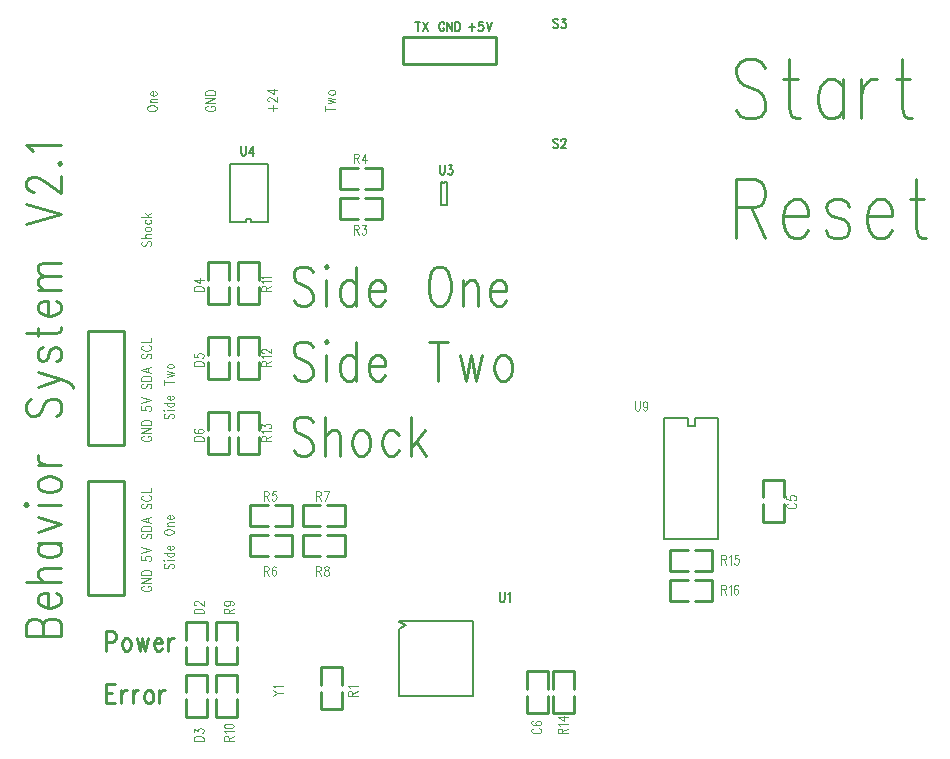
<source format=gto>
*
*
G04 PADS 9.3.1 Build Number: 456998 generated Gerber (RS-274-X) file*
G04 PC Version=2.1*
*
%IN "ShuttleBoxBehavior.pcb"*%
*
%MOIN*%
*
%FSLAX35Y35*%
*
*
*
*
G04 PC Standard Apertures*
*
*
G04 Thermal Relief Aperture macro.*
%AMTER*
1,1,$1,0,0*
1,0,$1-$2,0,0*
21,0,$3,$4,0,0,45*
21,0,$3,$4,0,0,135*
%
*
*
G04 Annular Aperture macro.*
%AMANN*
1,1,$1,0,0*
1,0,$2,0,0*
%
*
*
G04 Odd Aperture macro.*
%AMODD*
1,1,$1,0,0*
1,0,$1-0.005,0,0*
%
*
*
G04 PC Custom Aperture Macros*
*
*
*
*
*
*
G04 PC Aperture Table*
*
%ADD010C,0.001*%
%ADD011C,0.01*%
%ADD012C,0.005*%
%ADD040C,0.00787*%
%ADD178C,0.0001*%
*
*
*
*
G04 PC Circuitry*
G04 Layer Name ShuttleBoxBehavior.pcb - circuitry*
%LPD*%
*
*
G04 PC Custom Flashes*
G04 Layer Name ShuttleBoxBehavior.pcb - flashes*
%LPD*%
*
*
G04 PC Circuitry*
G04 Layer Name ShuttleBoxBehavior.pcb - circuitry*
%LPD*%
*
G54D10*
G01X216250Y120781D02*
Y118438D01*
X216250D02*
X216364Y117969D01*
X216591Y117656*
X216932Y117500*
X217159*
X217500Y117656*
X217727Y117969*
X217841Y118438*
X217841D02*
Y120781D01*
X220341Y119688D02*
X220227Y119219D01*
X220000Y118906*
X219659Y118750*
X219545*
X219205Y118906*
X218977Y119219*
X218864Y119688*
X218864D02*
Y119844D01*
X218977Y120313*
X218977D02*
X219205Y120625D01*
X219545Y120781*
X219659*
X220000Y120625*
X220227Y120313*
X220227D02*
X220341Y119688D01*
X220341D02*
Y118906D01*
X220227Y118125*
X220000Y117656*
X219659Y117500*
X219432*
X219091Y117656*
X218977Y117969*
X245000Y69531D02*
Y66250D01*
Y69531D02*
X246023D01*
X246364Y69375*
X246477Y69219*
X246591Y68906*
Y68594*
X246477Y68281*
X246364Y68125*
X246023Y67969*
X245000*
X245795D02*
X246591Y66250D01*
X247614Y68906D02*
X247841Y69063D01*
X247841D02*
X248182Y69531D01*
Y66250*
X250682Y69531D02*
X249545D01*
X249432Y68125*
X249545Y68281*
X249886Y68438*
X249886D02*
X250227D01*
X250227D02*
X250568Y68281D01*
X250795Y67969*
X250909Y67500*
X250795Y67188*
X250795D02*
X250682Y66719D01*
X250455Y66406*
X250114Y66250*
X249773*
X249432Y66406*
X249318Y66563*
X249318D02*
X249205Y66875D01*
X245000Y59531D02*
Y56250D01*
Y59531D02*
X246023D01*
X246364Y59375*
X246477Y59219*
X246591Y58906*
Y58594*
X246477Y58281*
X246364Y58125*
X246023Y57969*
X245000*
X245795D02*
X246591Y56250D01*
X247614Y58906D02*
X247841Y59063D01*
X248182Y59531*
Y56250*
X250568Y59063D02*
X250455Y59375D01*
X250114Y59531*
X249886*
X249545Y59375*
X249318Y58906*
X249205Y58125*
Y57344*
X249318Y56719*
X249545Y56406*
X249886Y56250*
X250000*
X250341Y56406*
X250568Y56719*
X250682Y57188*
Y57344*
X250568Y57813*
X250341Y58125*
X250000Y58281*
X249886*
X249545Y58125*
X249318Y57813*
X249205Y57344*
X267500Y86705D02*
X267187Y86591D01*
X267187D02*
X266875Y86364D01*
X266719Y86136*
Y85682*
X266875Y85455*
X267187Y85227*
X267187D02*
X267500Y85114D01*
X267969Y85000*
X268750*
X269219Y85114*
X269531Y85227*
X269844Y85455*
X270000Y85682*
Y86136*
X269844Y86364*
X269531Y86591*
X269219Y86705*
X266719Y89205D02*
Y88068D01*
X268125Y87955*
X267969Y88068*
X267812Y88409*
X267812D02*
Y88750D01*
X267812D02*
X267969Y89091D01*
X268281Y89318*
X268750Y89432*
X269062Y89318*
X269062D02*
X269531Y89205D01*
X269844Y88977*
X270000Y88636*
Y88295*
X269844Y87955*
X269687Y87841*
X269687D02*
X269375Y87727D01*
X122500Y179531D02*
Y176250D01*
Y179531D02*
X123523D01*
X123864Y179375*
X123977Y179219*
X124091Y178906*
Y178594*
X123977Y178281*
X123864Y178125*
X123523Y177969*
X122500*
X123295D02*
X124091Y176250D01*
X125341Y179531D02*
X126591D01*
X125909Y178281*
X126250*
X126477Y178125*
X126591Y177969*
X126705Y177500*
Y177188*
X126705D02*
X126591Y176719D01*
X126364Y176406*
X126023Y176250*
X125682*
X125341Y176406*
X125227Y176563*
X125227D02*
X125114Y176875D01*
X122500Y203281D02*
Y200000D01*
Y203281D02*
X123523D01*
X123864Y203125*
X123977Y202969*
X124091Y202656*
Y202344*
X123977Y202031*
X123864Y201875*
X123523Y201719*
X122500*
X123295D02*
X124091Y200000D01*
X126250Y203281D02*
X125114Y201094D01*
X126818*
X126250Y203281D02*
Y200000D01*
X92500Y90781D02*
Y87500D01*
Y90781D02*
X93523D01*
X93864Y90625*
X93977Y90469*
X94091Y90156*
Y89844*
X93977Y89531*
X93864Y89375*
X93523Y89219*
X92500*
X93295D02*
X94091Y87500D01*
X96591Y90781D02*
X95455D01*
X95341Y89375*
X95455Y89531*
X95795Y89688*
X95795D02*
X96136D01*
X96136D02*
X96477Y89531D01*
X96705Y89219*
X96818Y88750*
X96705Y88438*
X96705D02*
X96591Y87969D01*
X96364Y87656*
X96023Y87500*
X95682*
X95341Y87656*
X95227Y87813*
X95227D02*
X95114Y88125D01*
X92500Y65781D02*
Y62500D01*
Y65781D02*
X93523D01*
X93864Y65625*
X93977Y65469*
X94091Y65156*
Y64844*
X93977Y64531*
X93864Y64375*
X93523Y64219*
X92500*
X93295D02*
X94091Y62500D01*
X96477Y65313D02*
X96364Y65625D01*
X96023Y65781*
X95795*
X95455Y65625*
X95227Y65156*
X95114Y64375*
Y63594*
X95227Y62969*
X95455Y62656*
X95795Y62500*
X95909*
X96250Y62656*
X96477Y62969*
X96591Y63438*
X96591D02*
Y63594D01*
X96477Y64063*
X96477D02*
X96250Y64375D01*
X95909Y64531*
X95795*
X95455Y64375*
X95227Y64063*
X95227D02*
X95114Y63594D01*
X110000Y90781D02*
Y87500D01*
Y90781D02*
X111023D01*
X111364Y90625*
X111477Y90469*
X111591Y90156*
Y89844*
X111477Y89531*
X111364Y89375*
X111023Y89219*
X110000*
X110795D02*
X111591Y87500D01*
X114205Y90781D02*
X113068Y87500D01*
X112614Y90781D02*
X114205D01*
X110000Y65781D02*
Y62500D01*
Y65781D02*
X111023D01*
X111364Y65625*
X111477Y65469*
X111591Y65156*
Y64844*
X111477Y64531*
X111364Y64375*
X111023Y64219*
X110000*
X110795D02*
X111591Y62500D01*
X113182Y65781D02*
X112841Y65625D01*
X112727Y65313*
X112727D02*
Y65000D01*
X112841Y64688*
X112841D02*
X113068Y64531D01*
X113523Y64375*
X113864Y64219*
X114091Y63906*
X114205Y63594*
Y63125*
X114091Y62813*
X114091D02*
X113977Y62656D01*
X113636Y62500*
X113182*
X112841Y62656*
X112727Y62813*
X112727D02*
X112614Y63125D01*
Y63594*
X112727Y63906*
X112955Y64219*
X113295Y64375*
X113750Y64531*
X113977Y64688*
X113977D02*
X114091Y65000D01*
Y65313*
X114091D02*
X113977Y65625D01*
X113636Y65781*
X113182*
X91719Y157500D02*
X95000D01*
X91719D02*
Y158523D01*
X91875Y158864*
X92031Y158977*
X92344Y159091*
X92656*
X92969Y158977*
X93125Y158864*
X93281Y158523*
Y157500*
Y158295D02*
X95000Y159091D01*
X92344Y160114D02*
X92187Y160341D01*
X92187D02*
X91719Y160682D01*
X95000*
X92344Y161705D02*
X92187Y161932D01*
X92187D02*
X91719Y162273D01*
X95000*
X91719Y132500D02*
X95000D01*
X91719D02*
Y133523D01*
X91875Y133864*
X92031Y133977*
X92344Y134091*
X92656*
X92969Y133977*
X93125Y133864*
X93281Y133523*
Y132500*
Y133295D02*
X95000Y134091D01*
X92344Y135114D02*
X92187Y135341D01*
X92187D02*
X91719Y135682D01*
X95000*
X92500Y136818D02*
X92344D01*
X92031Y136932*
X91875Y137045*
X91719Y137273*
Y137727*
X91875Y137955*
X92031Y138068*
X92344Y138182*
X92656*
X92969Y138068*
X93437Y137841*
X93437D02*
X95000Y136705D01*
Y138295*
X91719Y107500D02*
X95000D01*
X91719D02*
Y108523D01*
X91875Y108864*
X92031Y108977*
X92344Y109091*
X92656*
X92969Y108977*
X93125Y108864*
X93281Y108523*
Y107500*
Y108295D02*
X95000Y109091D01*
X92344Y110114D02*
X92187Y110341D01*
X92187D02*
X91719Y110682D01*
X95000*
X91719Y111932D02*
Y113182D01*
X92969Y112500*
Y112841*
X93125Y113068*
X93281Y113182*
X93750Y113295*
X94062*
X94062D02*
X94531Y113182D01*
X94844Y112955*
X95000Y112614*
Y112273*
X94844Y111932*
X94687Y111818*
X94687D02*
X94375Y111705D01*
X69219Y157500D02*
X72500D01*
X69219D02*
Y158295D01*
X69375Y158636*
X69687Y158864*
X69687D02*
X70000Y158977D01*
X70469Y159091*
X71250*
X71719Y158977*
X72031Y158864*
X72344Y158636*
X72500Y158295*
Y157500*
X69219Y161250D02*
X71406Y160114D01*
Y161818*
X69219Y161250D02*
X72500D01*
X69219Y132500D02*
X72500D01*
X69219D02*
Y133295D01*
X69375Y133636*
X69687Y133864*
X69687D02*
X70000Y133977D01*
X70469Y134091*
X71250*
X71719Y133977*
X72031Y133864*
X72344Y133636*
X72500Y133295*
Y132500*
X69219Y136591D02*
Y135455D01*
X70625Y135341*
X70469Y135455*
X70312Y135795*
X70312D02*
Y136136D01*
X70312D02*
X70469Y136477D01*
X70781Y136705*
X71250Y136818*
X71562Y136705*
X71562D02*
X72031Y136591D01*
X72344Y136364*
X72500Y136023*
Y135682*
X72344Y135341*
X72187Y135227*
X72187D02*
X71875Y135114D01*
X69219Y107500D02*
X72500D01*
X69219D02*
Y108295D01*
X69375Y108636*
X69687Y108864*
X69687D02*
X70000Y108977D01*
X70469Y109091*
X71250*
X71719Y108977*
X72031Y108864*
X72344Y108636*
X72500Y108295*
Y107500*
X69687Y111477D02*
X69375Y111364D01*
X69219Y111023*
Y110795*
X69375Y110455*
X69844Y110227*
X70625Y110114*
X71406*
X72031Y110227*
X72344Y110455*
X72500Y110795*
Y110909*
X72344Y111250*
X72031Y111477*
X71562Y111591*
X71562D02*
X71406D01*
X70937Y111477*
X70937D02*
X70625Y111250D01*
X70469Y110909*
Y110795*
X70625Y110455*
X70937Y110227*
X70937D02*
X71406Y110114D01*
X182500Y11705D02*
X182187Y11591D01*
X182187D02*
X181875Y11364D01*
X181719Y11136*
Y10682*
X181875Y10455*
X182187Y10227*
X182187D02*
X182500Y10114D01*
X182969Y10000*
X183750*
X184219Y10114*
X184531Y10227*
X184844Y10455*
X185000Y10682*
Y11136*
X184844Y11364*
X184531Y11591*
X184219Y11705*
X182187Y14091D02*
X181875Y13977D01*
X181719Y13636*
Y13409*
X181875Y13068*
X182344Y12841*
X183125Y12727*
X183906*
X184531Y12841*
X184844Y13068*
X185000Y13409*
Y13523*
X184844Y13864*
X184531Y14091*
X184062Y14205*
X184062D02*
X183906D01*
X183437Y14091*
X183437D02*
X183125Y13864D01*
X182969Y13523*
Y13409*
X183125Y13068*
X183437Y12841*
X183437D02*
X183906Y12727D01*
X190469Y10000D02*
X193750D01*
X190469D02*
Y11023D01*
X190625Y11364*
X190781Y11477*
X191094Y11591*
X191406*
X191719Y11477*
X191875Y11364*
X192031Y11023*
Y10000*
Y10795D02*
X193750Y11591D01*
X191094Y12614D02*
X190937Y12841D01*
X190937D02*
X190469Y13182D01*
X193750*
X190469Y15341D02*
X192656Y14205D01*
Y15909*
X190469Y15341D02*
X193750D01*
X52500Y109205D02*
X52187Y109091D01*
X52187D02*
X51875Y108864D01*
X51719Y108636*
Y108182*
X51875Y107955*
X52187Y107727*
X52187D02*
X52500Y107614D01*
X52969Y107500*
X53750*
X54219Y107614*
X54531Y107727*
X54844Y107955*
X55000Y108182*
Y108636*
X54844Y108864*
X54531Y109091*
X54219Y109205*
X53750*
Y108636D02*
Y109205D01*
X51719Y110227D02*
X55000D01*
X51719D02*
X55000Y111818D01*
X51719D02*
X55000D01*
X51719Y112841D02*
X55000D01*
X51719D02*
Y113636D01*
X51875Y113977*
X52187Y114205*
X52187D02*
X52500Y114318D01*
X52969Y114432*
X53750*
X54219Y114318*
X54531Y114205*
X54844Y113977*
X55000Y113636*
Y112841*
X51719Y118977D02*
Y117841D01*
X53125Y117727*
X52969Y117841*
X52812Y118182*
X52812D02*
Y118523D01*
X52812D02*
X52969Y118864D01*
X53281Y119091*
X53750Y119205*
X54062Y119091*
X54062D02*
X54531Y118977D01*
X54844Y118750*
X55000Y118409*
Y118068*
X54844Y117727*
X54687Y117614*
X54687D02*
X54375Y117500D01*
X51719Y120227D02*
X55000Y121136D01*
X51719Y122045D02*
X55000Y121136D01*
X52187Y126591D02*
X51875Y126364D01*
X51719Y126023*
Y125568*
X51875Y125227*
X52187Y125000*
X52187D02*
X52500D01*
X52812Y125114*
X52812D02*
X52969Y125227D01*
X53125Y125455*
X53437Y126136*
X53437D02*
X53594Y126364D01*
X53750Y126477*
X54062Y126591*
X54062D02*
X54531D01*
X54844Y126364*
X55000Y126023*
Y125568*
X54844Y125227*
X54531Y125000*
X51719Y127614D02*
X55000D01*
X51719D02*
Y128409D01*
X51875Y128750*
X52187Y128977*
X52187D02*
X52500Y129091D01*
X52969Y129205*
X53750*
X54219Y129091*
X54531Y128977*
X54844Y128750*
X55000Y128409*
Y127614*
X51719Y131136D02*
X55000Y130227D01*
X51719Y131136D02*
X55000Y132045D01*
X53906Y130568D02*
Y131705D01*
X52187Y136591D02*
X51875Y136364D01*
X51719Y136023*
Y135568*
X51875Y135227*
X52187Y135000*
X52187D02*
X52500D01*
X52812Y135114*
X52812D02*
X52969Y135227D01*
X53125Y135455*
X53437Y136136*
X53437D02*
X53594Y136364D01*
X53750Y136477*
X54062Y136591*
X54062D02*
X54531D01*
X54844Y136364*
X55000Y136023*
Y135568*
X54844Y135227*
X54531Y135000*
X52500Y139318D02*
X52187Y139205D01*
X52187D02*
X51875Y138977D01*
X51719Y138750*
Y138295*
X51875Y138068*
X52187Y137841*
X52187D02*
X52500Y137727D01*
X52969Y137614*
X53750*
X54219Y137727*
X54531Y137841*
X54844Y138068*
X55000Y138295*
Y138750*
X54844Y138977*
X54531Y139205*
X54219Y139318*
X51719Y140341D02*
X55000D01*
Y141705*
X52500Y59205D02*
X52187Y59091D01*
X52187D02*
X51875Y58864D01*
X51719Y58636*
Y58182*
X51875Y57955*
X52187Y57727*
X52187D02*
X52500Y57614D01*
X52969Y57500*
X53750*
X54219Y57614*
X54531Y57727*
X54844Y57955*
X55000Y58182*
Y58636*
X54844Y58864*
X54531Y59091*
X54219Y59205*
X53750*
Y58636D02*
Y59205D01*
X51719Y60227D02*
X55000D01*
X51719D02*
X55000Y61818D01*
X51719D02*
X55000D01*
X51719Y62841D02*
X55000D01*
X51719D02*
Y63636D01*
X51875Y63977*
X52187Y64205*
X52187D02*
X52500Y64318D01*
X52969Y64432*
X53750*
X54219Y64318*
X54531Y64205*
X54844Y63977*
X55000Y63636*
Y62841*
X51719Y68977D02*
Y67841D01*
X53125Y67727*
X52969Y67841*
X52812Y68182*
X52812D02*
Y68523D01*
X52812D02*
X52969Y68864D01*
X53281Y69091*
X53750Y69205*
X54062Y69091*
X54062D02*
X54531Y68977D01*
X54844Y68750*
X55000Y68409*
Y68068*
X54844Y67727*
X54687Y67614*
X54687D02*
X54375Y67500D01*
X51719Y70227D02*
X55000Y71136D01*
X51719Y72045D02*
X55000Y71136D01*
X52187Y86591D02*
X51875Y86364D01*
X51719Y86023*
Y85568*
X51875Y85227*
X52187Y85000*
X52187D02*
X52500D01*
X52812Y85114*
X52812D02*
X52969Y85227D01*
X53125Y85455*
X53437Y86136*
X53437D02*
X53594Y86364D01*
X53750Y86477*
X54062Y86591*
X54062D02*
X54531D01*
X54844Y86364*
X55000Y86023*
Y85568*
X54844Y85227*
X54531Y85000*
X52500Y89318D02*
X52187Y89205D01*
X52187D02*
X51875Y88977D01*
X51719Y88750*
Y88295*
X51875Y88068*
X52187Y87841*
X52187D02*
X52500Y87727D01*
X52969Y87614*
X53750*
X54219Y87727*
X54531Y87841*
X54844Y88068*
X55000Y88295*
Y88750*
X54844Y88977*
X54531Y89205*
X54219Y89318*
X51719Y90341D02*
X55000D01*
Y91705*
X52187Y76591D02*
X51875Y76364D01*
X51719Y76023*
Y75568*
X51875Y75227*
X52187Y75000*
X52187D02*
X52500D01*
X52812Y75114*
X52812D02*
X52969Y75227D01*
X53125Y75455*
X53437Y76136*
X53437D02*
X53594Y76364D01*
X53750Y76477*
X54062Y76591*
X54062D02*
X54531D01*
X54844Y76364*
X55000Y76023*
Y75568*
X54844Y75227*
X54531Y75000*
X51719Y77614D02*
X55000D01*
X51719D02*
Y78409D01*
X51875Y78750*
X52187Y78977*
X52187D02*
X52500Y79091D01*
X52969Y79205*
X53750*
X54219Y79091*
X54531Y78977*
X54844Y78750*
X55000Y78409*
Y77614*
X51719Y81136D02*
X55000Y80227D01*
X51719Y81136D02*
X55000Y82045D01*
X53906Y80568D02*
Y81705D01*
X59687Y116591D02*
X59375Y116364D01*
X59219Y116023*
Y115568*
X59375Y115227*
X59687Y115000*
X59687D02*
X60000D01*
X60312Y115114*
X60312D02*
X60469Y115227D01*
X60625Y115455*
X60937Y116136*
X60937D02*
X61094Y116364D01*
X61250Y116477*
X61562Y116591*
X61562D02*
X62031D01*
X62344Y116364*
X62500Y116023*
Y115568*
X62344Y115227*
X62031Y115000*
X59219Y117614D02*
X59375Y117727D01*
X59219Y117841*
X59062Y117727*
X59062D02*
X59219Y117614D01*
X60312Y117727D02*
X62500D01*
X59219Y120227D02*
X62500D01*
X60781D02*
X60469Y120000D01*
X60312Y119773*
X60312D02*
Y119432D01*
X60312D02*
X60469Y119205D01*
X60781Y118977*
X61250Y118864*
X61562*
X61562D02*
X62031Y118977D01*
X62344Y119205*
X62500Y119432*
Y119773*
X62344Y120000*
X62031Y120227*
X61250Y121250D02*
Y122614D01*
X60937*
X60937D02*
X60625Y122500D01*
X60469Y122386*
X60312Y122159*
X60312D02*
Y121818D01*
X60312D02*
X60469Y121591D01*
X60781Y121364*
X61250Y121250*
X61562*
X61562D02*
X62031Y121364D01*
X62344Y121591*
X62500Y121818*
Y122159*
X62344Y122386*
X62031Y122614*
X59219Y127045D02*
X62500D01*
X59219Y126250D02*
Y127841D01*
X60312Y128864D02*
X62500Y129318D01*
X60312Y129773D02*
X62500Y129318D01*
X60312Y129773D02*
X62500Y130227D01*
X60312Y130682D02*
X62500Y130227D01*
X60312Y132273D02*
X60469Y132045D01*
X60781Y131818*
X61250Y131705*
X61562*
X61562D02*
X62031Y131818D01*
X62344Y132045*
X62500Y132273*
Y132614*
X62344Y132841*
X62031Y133068*
X61562Y133182*
X61562D02*
X61250D01*
X60781Y133068*
X60469Y132841*
X60312Y132614*
X60312D02*
Y132273D01*
X59687Y66591D02*
X59375Y66364D01*
X59219Y66023*
Y65568*
X59375Y65227*
X59687Y65000*
X59687D02*
X60000D01*
X60312Y65114*
X60312D02*
X60469Y65227D01*
X60625Y65455*
X60937Y66136*
X60937D02*
X61094Y66364D01*
X61250Y66477*
X61562Y66591*
X61562D02*
X62031D01*
X62344Y66364*
X62500Y66023*
Y65568*
X62344Y65227*
X62031Y65000*
X59219Y67614D02*
X59375Y67727D01*
X59219Y67841*
X59062Y67727*
X59062D02*
X59219Y67614D01*
X60312Y67727D02*
X62500D01*
X59219Y70227D02*
X62500D01*
X60781D02*
X60469Y70000D01*
X60312Y69773*
X60312D02*
Y69432D01*
X60312D02*
X60469Y69205D01*
X60781Y68977*
X61250Y68864*
X61562*
X61562D02*
X62031Y68977D01*
X62344Y69205*
X62500Y69432*
Y69773*
X62344Y70000*
X62031Y70227*
X61250Y71250D02*
Y72614D01*
X60937*
X60937D02*
X60625Y72500D01*
X60469Y72386*
X60312Y72159*
X60312D02*
Y71818D01*
X60312D02*
X60469Y71591D01*
X60781Y71364*
X61250Y71250*
X61562*
X61562D02*
X62031Y71364D01*
X62344Y71591*
X62500Y71818*
Y72159*
X62344Y72386*
X62031Y72614*
X59219Y76932D02*
X59375Y76705D01*
X59687Y76477*
X59687D02*
X60000Y76364D01*
X60469Y76250*
X61250*
X61719Y76364*
X62031Y76477*
X62344Y76705*
X62500Y76932*
Y77386*
X62344Y77614*
X62031Y77841*
X61719Y77955*
X61250Y78068*
X60469*
X60000Y77955*
X59687Y77841*
X59687D02*
X59375Y77614D01*
X59219Y77386*
Y76932*
X60312Y79091D02*
X62500D01*
X60937D02*
X60469Y79432D01*
X60312Y79659*
X60312D02*
Y80000D01*
X60312D02*
X60469Y80227D01*
X60937Y80341*
X60937D02*
X62500D01*
X61250Y81364D02*
Y82727D01*
X60937*
X60937D02*
X60625Y82614D01*
X60469Y82500*
X60312Y82273*
X60312D02*
Y81932D01*
X60312D02*
X60469Y81705D01*
X60781Y81477*
X61250Y81364*
X61562*
X61562D02*
X62031Y81477D01*
X62344Y81705*
X62500Y81932*
Y82273*
X62344Y82500*
X62031Y82727*
X52187Y174091D02*
X51875Y173864D01*
X51719Y173523*
Y173068*
X51875Y172727*
X52187Y172500*
X52187D02*
X52500D01*
X52812Y172614*
X52812D02*
X52969Y172727D01*
X53125Y172955*
X53437Y173636*
X53437D02*
X53594Y173864D01*
X53750Y173977*
X54062Y174091*
X54062D02*
X54531D01*
X54844Y173864*
X55000Y173523*
Y173068*
X54844Y172727*
X54531Y172500*
X51719Y175114D02*
X55000D01*
X53437D02*
X52969Y175455D01*
X52812Y175682*
X52812D02*
Y176023D01*
X52812D02*
X52969Y176250D01*
X53437Y176364*
X53437D02*
X55000D01*
X52812Y177955D02*
X52969Y177727D01*
X53281Y177500*
X53750Y177386*
X54062*
X54062D02*
X54531Y177500D01*
X54844Y177727*
X55000Y177955*
Y178295*
X54844Y178523*
X54531Y178750*
X54062Y178864*
X54062D02*
X53750D01*
X53281Y178750*
X52969Y178523*
X52812Y178295*
X52812D02*
Y177955D01*
X53281Y181250D02*
X52969Y181023D01*
X52812Y180795*
X52812D02*
Y180455D01*
X52812D02*
X52969Y180227D01*
X53281Y180000*
X53750Y179886*
X54062*
X54062D02*
X54531Y180000D01*
X54844Y180227*
X55000Y180455*
Y180795*
X54844Y181023*
X54531Y181250*
X51719Y182273D02*
X55000D01*
X52812Y183409D02*
X54375Y182273D01*
X53750Y182727D02*
X55000Y183523D01*
X73750Y219205D02*
X73437Y219091D01*
X73437D02*
X73125Y218864D01*
X72969Y218636*
Y218182*
X73125Y217955*
X73437Y217727*
X73437D02*
X73750Y217614D01*
X74219Y217500*
X75000*
X75469Y217614*
X75781Y217727*
X76094Y217955*
X76250Y218182*
Y218636*
X76094Y218864*
X75781Y219091*
X75469Y219205*
X75000*
Y218636D02*
Y219205D01*
X72969Y220227D02*
X76250D01*
X72969D02*
X76250Y221818D01*
X72969D02*
X76250D01*
X72969Y222841D02*
X76250D01*
X72969D02*
Y223636D01*
X73125Y223977*
X73437Y224205*
X73437D02*
X73750Y224318D01*
X74219Y224432*
X75000*
X75469Y224318*
X75781Y224205*
X76094Y223977*
X76250Y223636*
Y222841*
X94062Y218523D02*
X96875D01*
X95469Y217500D02*
Y219545D01*
X94375Y220682D02*
X94219D01*
X93906Y220795*
X93750Y220909*
X93594Y221136*
Y221591*
X93750Y221818*
X93906Y221932*
X94219Y222045*
X94531*
X94844Y221932*
X95312Y221705*
X95312D02*
X96875Y220568D01*
Y222159*
X93594Y224318D02*
X95781Y223182D01*
Y224886*
X93594Y224318D02*
X96875D01*
X112969Y218295D02*
X116250D01*
X112969Y217500D02*
Y219091D01*
X114062Y220114D02*
X116250Y220568D01*
X114062Y221023D02*
X116250Y220568D01*
X114062Y221023D02*
X116250Y221477D01*
X114062Y221932D02*
X116250Y221477D01*
X114062Y223523D02*
X114219Y223295D01*
X114531Y223068*
X115000Y222955*
X115312*
X115312D02*
X115781Y223068D01*
X116094Y223295*
X116250Y223523*
Y223864*
X116094Y224091*
X115781Y224318*
X115312Y224432*
X115312D02*
X115000D01*
X114531Y224318*
X114219Y224091*
X114062Y223864*
X114062D02*
Y223523D01*
X53594Y218182D02*
X53750Y217955D01*
X54062Y217727*
X54062D02*
X54375Y217614D01*
X54844Y217500*
X55625*
X56094Y217614*
X56406Y217727*
X56719Y217955*
X56875Y218182*
Y218636*
X56719Y218864*
X56406Y219091*
X56094Y219205*
X55625Y219318*
X54844*
X54375Y219205*
X54062Y219091*
X54062D02*
X53750Y218864D01*
X53594Y218636*
Y218182*
X54687Y220341D02*
X56875D01*
X55312D02*
X54844Y220682D01*
X54687Y220909*
X54687D02*
Y221250D01*
X54687D02*
X54844Y221477D01*
X55312Y221591*
X55312D02*
X56875D01*
X55625Y222614D02*
Y223977D01*
X55312*
X55312D02*
X55000Y223864D01*
X54844Y223750*
X54687Y223523*
X54687D02*
Y223182D01*
X54687D02*
X54844Y222955D01*
X55156Y222727*
X55625Y222614*
X55937*
X55937D02*
X56406Y222727D01*
X56719Y222955*
X56875Y223182*
Y223523*
X56719Y223750*
X56406Y223977*
G54D11*
X111500Y23800D02*
Y18000D01*
X118500*
Y23800*
X111500Y26200D02*
Y32000D01*
X118500*
Y26200*
X139000Y242000D02*
X170000D01*
Y233000*
X139000*
Y242000*
X233800Y71000D02*
X228000D01*
Y64000*
X233800*
X236200Y71000D02*
X242000D01*
Y64000*
X236200*
Y54000D02*
X242000D01*
Y61000*
X236200*
X233800Y54000D02*
X228000D01*
Y61000*
X233800*
X259000Y86300D02*
Y80500D01*
X266000*
Y86300*
X259000Y88700D02*
Y94500D01*
X266000*
Y88700*
X126200Y191500D02*
X132000D01*
Y198500*
X126200*
X123800Y191500D02*
X118000D01*
Y198500*
X123800*
Y188500D02*
X118000D01*
Y181500*
X123800*
X126200Y188500D02*
X132000D01*
Y181500*
X126200*
X34000Y106000D02*
Y144000D01*
X46000*
Y106000*
X34000*
Y56000D02*
Y94000D01*
X46000*
Y56000*
X34000*
X93800Y86000D02*
X88000D01*
Y79000*
X93800*
X96200Y86000D02*
X102000D01*
Y79000*
X96200*
Y69000D02*
X102000D01*
Y76000*
X96200*
X93800Y69000D02*
X88000D01*
Y76000*
X93800*
X111300Y86000D02*
X105500D01*
Y79000*
X111300*
X113700Y86000D02*
X119500D01*
Y79000*
X113700*
Y69000D02*
X119500D01*
Y76000*
X113700*
X111300Y69000D02*
X105500D01*
Y76000*
X111300*
X83500Y41200D02*
Y47000D01*
X76500*
Y41200*
X83500Y38800D02*
Y33000D01*
X76500*
Y38800*
X83500Y23700D02*
Y29500D01*
X76500*
Y23700*
X83500Y21300D02*
Y15500D01*
X76500*
Y21300*
X81000Y161200D02*
Y167000D01*
X74000*
Y161200*
X81000Y158800D02*
Y153000D01*
X74000*
Y158800*
X81000Y136200D02*
Y142000D01*
X74000*
Y136200*
X81000Y133800D02*
Y128000D01*
X74000*
Y133800*
X81000Y111200D02*
Y117000D01*
X74000*
Y111200*
X81000Y108800D02*
Y103000D01*
X74000*
Y108800*
X66500Y38800D02*
Y33000D01*
X73500*
Y38800*
X66500Y41200D02*
Y47000D01*
X73500*
Y41200*
X66500Y21300D02*
Y15500D01*
X73500*
Y21300*
X66500Y23700D02*
Y29500D01*
X73500*
Y23700*
X84000Y158800D02*
Y153000D01*
X91000*
Y158800*
X84000Y161200D02*
Y167000D01*
X91000*
Y161200*
X84000Y133800D02*
Y128000D01*
X91000*
Y133800*
X84000Y136200D02*
Y142000D01*
X91000*
Y136200*
X84000Y108800D02*
Y103000D01*
X91000*
Y108800*
X84000Y111200D02*
Y117000D01*
X91000*
Y111200*
X180250Y22550D02*
Y16750D01*
X187250*
Y22550*
X180250Y24950D02*
Y30750D01*
X187250*
Y24950*
X189000Y22550D02*
Y16750D01*
X196000*
Y22550*
X189000Y24950D02*
Y30750D01*
X196000*
Y24950*
X259545Y231875D02*
X258182Y233750D01*
X256136Y234688*
X256136D02*
X253409D01*
X253409D02*
X251364Y233750D01*
X250000Y231875*
Y230000*
X250682Y228125*
X251364Y227188*
X251364D02*
X252727Y226250D01*
X256818Y224375*
X258182Y223438*
X258182D02*
X258864Y222500D01*
X259545Y220625*
Y217813*
X259545D02*
X258182Y215938D01*
X258182D02*
X256136Y215000D01*
X253409*
X251364Y215938*
X251364D02*
X250000Y217813D01*
X267727Y234688D02*
Y218750D01*
X268409Y215938*
X268409D02*
X269773Y215000D01*
X271136*
X265682Y228125D02*
X270455D01*
X285455D02*
Y215000D01*
Y225313D02*
X284091Y227188D01*
X284091D02*
X282727Y228125D01*
X280682*
X279318Y227188*
X279318D02*
X277955Y225313D01*
X277955D02*
X277273Y222500D01*
Y220625*
X277955Y217813*
X277955D02*
X279318Y215938D01*
X279318D02*
X280682Y215000D01*
X282727*
X284091Y215938*
X284091D02*
X285455Y217813D01*
X291591Y228125D02*
Y215000D01*
Y222500D02*
X292273Y225313D01*
X292273D02*
X293636Y227188D01*
X293636D02*
X295000Y228125D01*
X297045*
X305227Y234688D02*
Y218750D01*
X305909Y215938*
X305909D02*
X307273Y215000D01*
X308636*
X303182Y228125D02*
X307955D01*
X250000Y194688D02*
Y175000D01*
Y194688D02*
X256136D01*
X256136D02*
X258182Y193750D01*
X258864Y192813*
X258864D02*
X259545Y190938D01*
X259545D02*
Y189063D01*
X259545D02*
X258864Y187188D01*
X258864D02*
X258182Y186250D01*
X256136Y185313*
X256136D02*
X250000D01*
X254773D02*
X259545Y175000D01*
X265682Y182500D02*
X273864D01*
Y184375*
X273182Y186250*
X272500Y187188*
X272500D02*
X271136Y188125D01*
X269091*
X267727Y187188*
X267727D02*
X266364Y185313D01*
X266364D02*
X265682Y182500D01*
Y180625*
X266364Y177813*
X266364D02*
X267727Y175938D01*
X267727D02*
X269091Y175000D01*
X271136*
X272500Y175938*
X272500D02*
X273864Y177813D01*
X287500Y185313D02*
X286818Y187188D01*
X286818D02*
X284773Y188125D01*
X282727*
X280682Y187188*
X280682D02*
X280000Y185313D01*
X280000D02*
X280682Y183438D01*
X280682D02*
X282045Y182500D01*
X285455Y181563*
X285455D02*
X286818Y180625D01*
X287500Y178750*
Y177813*
X287500D02*
X286818Y175938D01*
X286818D02*
X284773Y175000D01*
X282727*
X280682Y175938*
X280682D02*
X280000Y177813D01*
X293636Y182500D02*
X301818D01*
Y184375*
X301136Y186250*
X300455Y187188*
X300455D02*
X299091Y188125D01*
X297045*
X295682Y187188*
X295682D02*
X294318Y185313D01*
X294318D02*
X293636Y182500D01*
Y180625*
X294318Y177813*
X294318D02*
X295682Y175938D01*
X295682D02*
X297045Y175000D01*
X299091*
X300455Y175938*
X300455D02*
X301818Y177813D01*
X310000Y194688D02*
Y178750D01*
X310682Y175938*
X310682D02*
X312045Y175000D01*
X313409*
X307955Y188125D02*
X312727D01*
X40000Y26563D02*
Y20000D01*
Y26563D02*
X42955D01*
X40000Y23438D02*
X41818D01*
X40000Y20000D02*
X42955D01*
X45000Y24375D02*
Y20000D01*
Y22500D02*
X45227Y23438D01*
X45227D02*
X45682Y24063D01*
X45682D02*
X46136Y24375D01*
X46818*
X48864D02*
Y20000D01*
Y22500D02*
X49091Y23438D01*
X49091D02*
X49545Y24063D01*
X49545D02*
X50000Y24375D01*
X50682*
X53864D02*
X53409Y24063D01*
X53409D02*
X52955Y23438D01*
X52955D02*
X52727Y22500D01*
Y21875*
X52955Y20938*
X52955D02*
X53409Y20313D01*
X53409D02*
X53864Y20000D01*
X54545*
X55000Y20313*
X55000D02*
X55455Y20938D01*
X55455D02*
X55682Y21875D01*
Y22500*
X55455Y23438*
X55455D02*
X55000Y24063D01*
X55000D02*
X54545Y24375D01*
X53864*
X57727D02*
Y20000D01*
Y22500D02*
X57955Y23438D01*
X57955D02*
X58409Y24063D01*
X58409D02*
X58864Y24375D01*
X59545*
X40000Y44063D02*
Y37500D01*
Y44063D02*
X42045D01*
X42045D02*
X42727Y43750D01*
X42955Y43438*
X42955D02*
X43182Y42813D01*
X43182D02*
Y41875D01*
X42955Y41250*
X42727Y40938*
X42727D02*
X42045Y40625D01*
X40000*
X46364Y41875D02*
X45909Y41563D01*
X45909D02*
X45455Y40938D01*
X45455D02*
X45227Y40000D01*
Y39375*
X45455Y38438*
X45455D02*
X45909Y37813D01*
X45909D02*
X46364Y37500D01*
X47045*
X47500Y37813*
X47500D02*
X47955Y38438D01*
X47955D02*
X48182Y39375D01*
Y40000*
X47955Y40938*
X47955D02*
X47500Y41563D01*
X47500D02*
X47045Y41875D01*
X46364*
X50227D02*
X51136Y37500D01*
X52045Y41875D02*
X51136Y37500D01*
X52045Y41875D02*
X52955Y37500D01*
X53864Y41875D02*
X52955Y37500D01*
X55909Y40000D02*
X58636D01*
Y40625*
X58409Y41250*
X58182Y41563*
X58182D02*
X57727Y41875D01*
X57045*
X56591Y41563*
X56591D02*
X56136Y40938D01*
X56136D02*
X55909Y40000D01*
Y39375*
X56136Y38438*
X56136D02*
X56591Y37813D01*
X56591D02*
X57045Y37500D01*
X57727*
X58182Y37813*
X58182D02*
X58636Y38438D01*
X60682Y41875D02*
Y37500D01*
Y40000D02*
X60909Y40938D01*
X60909D02*
X61364Y41563D01*
X61364D02*
X61818Y41875D01*
X62500*
X108864Y163750D02*
X107955Y165000D01*
X106591Y165625*
X104773*
X103409Y165000*
X102500Y163750*
Y162500*
X102955Y161250*
X103409Y160625*
X104318Y160000*
X107045Y158750*
X107955Y158125*
X108409Y157500*
X108864Y156250*
Y154375*
X107955Y153125*
X106591Y152500*
X104773*
X103409Y153125*
X102500Y154375*
X112955Y165625D02*
X113409Y165000D01*
X113864Y165625*
X113409Y166250*
X112955Y165625*
X113409Y161250D02*
Y152500D01*
X123409Y165625D02*
Y152500D01*
Y159375D02*
X122500Y160625D01*
X121591Y161250*
X120227*
X119318Y160625*
X118409Y159375*
X117955Y157500*
Y156250*
X118409Y154375*
X119318Y153125*
X120227Y152500*
X121591*
X122500Y153125*
X123409Y154375*
X127500Y157500D02*
X132955D01*
Y158750*
X132500Y160000*
X132045Y160625*
X131136Y161250*
X129773*
X128864Y160625*
X127955Y159375*
X127500Y157500*
Y156250*
X127955Y154375*
X128864Y153125*
X129773Y152500*
X131136*
X132045Y153125*
X132955Y154375*
X150227Y165625D02*
X149318Y165000D01*
X148409Y163750*
X147955Y162500*
X147500Y160625*
Y157500*
X147955Y155625*
X148409Y154375*
X149318Y153125*
X150227Y152500*
X152045*
X152955Y153125*
X153864Y154375*
X154318Y155625*
X154773Y157500*
Y160625*
X154318Y162500*
X153864Y163750*
X152955Y165000*
X152045Y165625*
X150227*
X158864Y161250D02*
Y152500D01*
Y158750D02*
X160227Y160625D01*
X161136Y161250*
X162500*
X163409Y160625*
X163864Y158750*
Y152500*
X167955Y157500D02*
X173409D01*
Y158750*
X172955Y160000*
X172500Y160625*
X171591Y161250*
X170227*
X169318Y160625*
X168409Y159375*
X167955Y157500*
Y156250*
X168409Y154375*
X169318Y153125*
X170227Y152500*
X171591*
X172500Y153125*
X173409Y154375*
X108864Y138750D02*
X107955Y140000D01*
X106591Y140625*
X104773*
X103409Y140000*
X102500Y138750*
Y137500*
X102955Y136250*
X103409Y135625*
X104318Y135000*
X107045Y133750*
X107955Y133125*
X108409Y132500*
X108864Y131250*
Y129375*
X107955Y128125*
X106591Y127500*
X104773*
X103409Y128125*
X102500Y129375*
X112955Y140625D02*
X113409Y140000D01*
X113864Y140625*
X113409Y141250*
X112955Y140625*
X113409Y136250D02*
Y127500D01*
X123409Y140625D02*
Y127500D01*
Y134375D02*
X122500Y135625D01*
X121591Y136250*
X120227*
X119318Y135625*
X118409Y134375*
X117955Y132500*
Y131250*
X118409Y129375*
X119318Y128125*
X120227Y127500*
X121591*
X122500Y128125*
X123409Y129375*
X127500Y132500D02*
X132955D01*
Y133750*
X132500Y135000*
X132045Y135625*
X131136Y136250*
X129773*
X128864Y135625*
X127955Y134375*
X127500Y132500*
Y131250*
X127955Y129375*
X128864Y128125*
X129773Y127500*
X131136*
X132045Y128125*
X132955Y129375*
X150682Y140625D02*
Y127500D01*
X147500Y140625D02*
X153864D01*
X157955Y136250D02*
X159773Y127500D01*
X161591Y136250D02*
X159773Y127500D01*
X161591Y136250D02*
X163409Y127500D01*
X165227Y136250D02*
X163409Y127500D01*
X171591Y136250D02*
X170682Y135625D01*
X169773Y134375*
X169318Y132500*
Y131250*
X169773Y129375*
X170682Y128125*
X171591Y127500*
X172955*
X173864Y128125*
X174773Y129375*
X175227Y131250*
Y132500*
X174773Y134375*
X173864Y135625*
X172955Y136250*
X171591*
X108864Y113750D02*
X107955Y115000D01*
X106591Y115625*
X104773*
X103409Y115000*
X102500Y113750*
Y112500*
X102955Y111250*
X103409Y110625*
X104318Y110000*
X107045Y108750*
X107955Y108125*
X108409Y107500*
X108864Y106250*
Y104375*
X107955Y103125*
X106591Y102500*
X104773*
X103409Y103125*
X102500Y104375*
X112955Y115625D02*
Y102500D01*
Y108750D02*
X114318Y110625D01*
X115227Y111250*
X116591*
X117500Y110625*
X117955Y108750*
Y102500*
X124318Y111250D02*
X123409Y110625D01*
X122500Y109375*
X122045Y107500*
Y106250*
X122500Y104375*
X123409Y103125*
X124318Y102500*
X125682*
X126591Y103125*
X127500Y104375*
X127955Y106250*
Y107500*
X127500Y109375*
X126591Y110625*
X125682Y111250*
X124318*
X137500Y109375D02*
X136591Y110625D01*
X135682Y111250*
X134318*
X133409Y110625*
X132500Y109375*
X132045Y107500*
Y106250*
X132500Y104375*
X133409Y103125*
X134318Y102500*
X135682*
X136591Y103125*
X137500Y104375*
X141591Y115625D02*
Y102500D01*
X146136Y111250D02*
X141591Y105000D01*
X143409Y107500D02*
X146591Y102500D01*
X13187Y42500D02*
X25000D01*
X13187D02*
Y46182D01*
X13187D02*
X13750Y47409D01*
X14312Y47818*
X14312D02*
X15437Y48227D01*
X15437D02*
X16562D01*
X16562D02*
X17687Y47818D01*
X17687D02*
X18250Y47409D01*
X18812Y46182*
Y42500D02*
Y46182D01*
X18812D02*
X19375Y47409D01*
X19937Y47818*
X19937D02*
X21062Y48227D01*
X21062D02*
X22750D01*
X23875Y47818*
X24437Y47409*
X24437D02*
X25000Y46182D01*
Y42500*
X20500Y51909D02*
Y56818D01*
X19375*
X18250Y56409*
X17687Y56000*
X17687D02*
X17125Y55182D01*
Y53955*
X17687Y53136*
X17687D02*
X18812Y52318D01*
X18812D02*
X20500Y51909D01*
X21625*
X23312Y52318*
X23312D02*
X24437Y53136D01*
X24437D02*
X25000Y53955D01*
Y55182*
X24437Y56000*
X24437D02*
X23312Y56818D01*
X13187Y60500D02*
X25000D01*
X19375D02*
X17687Y61727D01*
X17687D02*
X17125Y62545D01*
Y63773*
X17687Y64591*
X17687D02*
X19375Y65000D01*
X25000*
X17125Y73591D02*
X25000D01*
X18812D02*
X17687Y72773D01*
X17687D02*
X17125Y71955D01*
Y70727*
X17687Y69909*
X17687D02*
X18812Y69091D01*
X18812D02*
X20500Y68682D01*
X21625*
X23312Y69091*
X23312D02*
X24437Y69909D01*
X24437D02*
X25000Y70727D01*
Y71955*
X24437Y72773*
X24437D02*
X23312Y73591D01*
X17125Y77273D02*
X25000Y79727D01*
X17125Y82182D02*
X25000Y79727D01*
X13187Y85864D02*
X13750Y86273D01*
X13187Y86682*
X13187D02*
X12625Y86273D01*
X13187Y85864*
X17125Y86273D02*
X25000D01*
X17125Y92409D02*
X17687Y91591D01*
X17687D02*
X18812Y90773D01*
X18812D02*
X20500Y90364D01*
X21625*
X23312Y90773*
X23312D02*
X24437Y91591D01*
X24437D02*
X25000Y92409D01*
Y93636*
X24437Y94455*
X24437D02*
X23312Y95273D01*
X23312D02*
X21625Y95682D01*
X20500*
X18812Y95273*
X18812D02*
X17687Y94455D01*
X17687D02*
X17125Y93636D01*
Y92409*
Y99364D02*
X25000D01*
X20500D02*
X18812Y99773D01*
X18812D02*
X17687Y100591D01*
X17687D02*
X17125Y101409D01*
Y102636*
X14875Y121455D02*
X13750Y120636D01*
X13187Y119409*
X13187D02*
Y117773D01*
X13187D02*
X13750Y116545D01*
X14875Y115727*
X16000*
X17125Y116136*
X17687Y116545*
X17687D02*
X18250Y117364D01*
X19375Y119818*
X19937Y120636*
X19937D02*
X20500Y121045D01*
X21625Y121455*
X23312*
X23312D02*
X24437Y120636D01*
X24437D02*
X25000Y119409D01*
Y117773*
X24437Y116545*
X24437D02*
X23312Y115727D01*
X17125Y125545D02*
X25000Y128000D01*
X17125Y130455D02*
X25000Y128000D01*
X27250Y127182*
X28375Y126364*
X28938Y125545*
X28938D02*
Y125136D01*
X18812Y138636D02*
X17687Y138227D01*
X17687D02*
X17125Y137000D01*
Y135773*
X17687Y134545*
X17687D02*
X18812Y134136D01*
X18812D02*
X19937Y134545D01*
X19937D02*
X20500Y135364D01*
X21062Y137409*
X21062D02*
X21625Y138227D01*
X22750Y138636*
X23312*
X23312D02*
X24437Y138227D01*
X24437D02*
X25000Y137000D01*
Y135773*
X24437Y134545*
X24437D02*
X23312Y134136D01*
X13187Y143545D02*
X22750D01*
X24437Y143955*
X24437D02*
X25000Y144773D01*
Y145591*
X17125Y142318D02*
Y145182D01*
X20500Y149273D02*
Y154182D01*
X19375*
X18250Y153773*
X17687Y153364*
X17687D02*
X17125Y152545D01*
Y151318*
X17687Y150500*
X17687D02*
X18812Y149682D01*
X18812D02*
X20500Y149273D01*
X21625*
X23312Y149682*
X23312D02*
X24437Y150500D01*
X24437D02*
X25000Y151318D01*
Y152545*
X24437Y153364*
X24437D02*
X23312Y154182D01*
X17125Y157864D02*
X25000D01*
X19375D02*
X17687Y159091D01*
X17687D02*
X17125Y159909D01*
Y161136*
X17687Y161955*
X17687D02*
X19375Y162364D01*
X25000*
X19375D02*
X17687Y163591D01*
X17687D02*
X17125Y164409D01*
Y165636*
X17687Y166455*
X17687D02*
X19375Y166864D01*
X25000*
X13187Y179955D02*
X25000Y183227D01*
X13187Y186500D02*
X25000Y183227D01*
X16000Y190591D02*
X15437D01*
X15437D02*
X14312Y191000D01*
X14312D02*
X13750Y191409D01*
X13187Y192227*
X13187D02*
Y193864D01*
X13187D02*
X13750Y194682D01*
X14312Y195091*
X14312D02*
X15437Y195500D01*
X15437D02*
X16562D01*
X16562D02*
X17687Y195091D01*
X17687D02*
X19375Y194273D01*
X25000Y190182*
Y195909*
X23875Y200000D02*
X24437Y199591D01*
X24437D02*
X25000Y200000D01*
X24437Y200409*
X24437D02*
X23875Y200000D01*
X15437Y204091D02*
X14875Y204909D01*
X13187Y206136*
X13187D02*
X25000D01*
G54D12*
X143795Y247281D02*
Y244000D01*
X143000Y247281D02*
X144591D01*
X145614D02*
X147205Y244000D01*
Y247281D02*
X145614Y244000D01*
X152705Y246500D02*
X152591Y246813D01*
X152591D02*
X152364Y247125D01*
X152136Y247281*
X151682*
X151455Y247125*
X151227Y246813*
X151227D02*
X151114Y246500D01*
X151000Y246031*
Y245250*
X151114Y244781*
X151227Y244469*
X151455Y244156*
X151682Y244000*
X152136*
X152364Y244156*
X152591Y244469*
X152705Y244781*
Y245250*
X152136D02*
X152705D01*
X153727Y247281D02*
Y244000D01*
Y247281D02*
X155318Y244000D01*
Y247281D02*
Y244000D01*
X156341Y247281D02*
Y244000D01*
Y247281D02*
X157136D01*
X157477Y247125*
X157705Y246813*
X157705D02*
X157818Y246500D01*
X157932Y246031*
Y245250*
X157818Y244781*
X157705Y244469*
X157477Y244156*
X157136Y244000*
X156341*
X162023Y246813D02*
Y244000D01*
X161000Y245406D02*
X163045D01*
X165545Y247281D02*
X164409D01*
X164295Y245875*
X164409Y246031*
X164750Y246188*
X164750D02*
X165091D01*
X165091D02*
X165432Y246031D01*
X165659Y245719*
X165773Y245250*
X165659Y244938*
X165659D02*
X165545Y244469D01*
X165318Y244156*
X164977Y244000*
X164636*
X164295Y244156*
X164182Y244313*
X164182D02*
X164068Y244625D01*
X166795Y247281D02*
X167705Y244000D01*
X168614Y247281D02*
X167705Y244000D01*
X171250Y57031D02*
Y54688D01*
X171250D02*
X171364Y54219D01*
X171591Y53906*
X171932Y53750*
X172159*
X172500Y53906*
X172727Y54219*
X172841Y54688*
X172841D02*
Y57031D01*
X173864Y56406D02*
X174091Y56563D01*
X174091D02*
X174432Y57031D01*
Y53750*
X151250Y199531D02*
Y197188D01*
X151250D02*
X151364Y196719D01*
X151591Y196406*
X151932Y196250*
X152159*
X152500Y196406*
X152727Y196719*
X152841Y197188*
X152841D02*
Y199531D01*
X154091D02*
X155341D01*
X154659Y198281*
X155000*
X155227Y198125*
X155341Y197969*
X155455Y197500*
Y197188*
X155455D02*
X155341Y196719D01*
X155114Y196406*
X154773Y196250*
X154432*
X154091Y196406*
X153977Y196563*
X153977D02*
X153864Y196875D01*
X85000Y205781D02*
Y203438D01*
X85000D02*
X85114Y202969D01*
X85341Y202656*
X85682Y202500*
X85909*
X86250Y202656*
X86477Y202969*
X86591Y203438*
X86591D02*
Y205781D01*
X88750D02*
X87614Y203594D01*
X89318*
X88750Y205781D02*
Y202500D01*
X190591Y207813D02*
X190364Y208125D01*
X190023Y208281*
X189568*
X189227Y208125*
X189000Y207813*
X189000D02*
Y207500D01*
X189114Y207188*
X189114D02*
X189227Y207031D01*
X189455Y206875*
X190136Y206563*
X190136D02*
X190364Y206406D01*
X190477Y206250*
X190591Y205938*
X190591D02*
Y205469D01*
X190364Y205156*
X190023Y205000*
X189568*
X189227Y205156*
X189000Y205469*
X191727Y207500D02*
Y207656D01*
X191841Y207969*
X191955Y208125*
X192182Y208281*
X192636*
X192864Y208125*
X192977Y207969*
X193091Y207656*
Y207344*
X192977Y207031*
X192750Y206563*
X192750D02*
X191614Y205000D01*
X193205*
X190591Y247813D02*
X190364Y248125D01*
X190023Y248281*
X189568*
X189227Y248125*
X189000Y247813*
X189000D02*
Y247500D01*
X189114Y247188*
X189114D02*
X189227Y247031D01*
X189455Y246875*
X190136Y246563*
X190136D02*
X190364Y246406D01*
X190477Y246250*
X190591Y245938*
X190591D02*
Y245469D01*
X190364Y245156*
X190023Y245000*
X189568*
X189227Y245156*
X189000Y245469*
X191841Y248281D02*
X193091D01*
X192409Y247031*
X192750*
X192977Y246875*
X193091Y246719*
X193205Y246250*
Y245938*
X193205D02*
X193091Y245469D01*
X192864Y245156*
X192523Y245000*
X192182*
X191841Y245156*
X191727Y245313*
X191727D02*
X191614Y245625D01*
G54D40*
X137598Y22598D02*
X162402D01*
Y47402*
X137598*
Y47106*
X139764Y46024*
X137598Y44941*
Y22598*
X225945Y115079D02*
X233868D01*
Y112569*
X236132*
Y115079*
X244055*
Y74921*
X225945*
Y115079*
X151417Y193937D02*
X152365D01*
Y193445*
X152635*
Y193937*
X153583*
Y186063*
X151417*
Y193937*
X93799Y180354D02*
X88287D01*
Y181560*
X86713*
Y180354*
X81201*
Y199646*
X93799*
Y180354*
G54D178*
X120469Y22500D02*
X123750D01*
X120469D02*
Y23523D01*
X120625Y23864*
X120781Y23977*
X121094Y24091*
X121406*
X121719Y23977*
X121875Y23864*
X122031Y23523*
Y22500*
Y23295D02*
X123750Y24091D01*
X121094Y25114D02*
X120937Y25341D01*
X120937D02*
X120469Y25682D01*
X123750*
X95469Y22500D02*
X97031Y23409D01*
X98750*
X95469Y24318D02*
X97031Y23409D01*
X96094Y25341D02*
X95937Y25568D01*
X95937D02*
X95469Y25909D01*
X98750*
X79219Y50000D02*
X82500D01*
X79219D02*
Y51023D01*
X79375Y51364*
X79531Y51477*
X79844Y51591*
X80156*
X80469Y51477*
X80625Y51364*
X80781Y51023*
Y50000*
Y50795D02*
X82500Y51591D01*
X80312Y54091D02*
X80781Y53977D01*
X81094Y53750*
X81250Y53409*
Y53295*
X81094Y52955*
X80781Y52727*
X80312Y52614*
X80156*
X79687Y52727*
X79375Y52955*
X79219Y53295*
Y53409*
X79375Y53750*
X79687Y53977*
X80312Y54091*
X81094*
X81875Y53977*
X82344Y53750*
X82500Y53409*
Y53182*
X82344Y52841*
X82031Y52727*
X79219Y7500D02*
X82500D01*
X79219D02*
Y8523D01*
X79375Y8864*
X79531Y8977*
X79844Y9091*
X80156*
X80469Y8977*
X80625Y8864*
X80781Y8523*
Y7500*
Y8295D02*
X82500Y9091D01*
X79844Y10114D02*
X79687Y10341D01*
X79687D02*
X79219Y10682D01*
X82500*
X79219Y12386D02*
X79375Y12045D01*
X79844Y11818*
X80625Y11705*
X81094*
X81875Y11818*
X82344Y12045*
X82500Y12386*
Y12614*
X82344Y12955*
X81875Y13182*
X81094Y13295*
X80625*
X79844Y13182*
X79375Y12955*
X79219Y12614*
Y12386*
X69219Y50000D02*
X72500D01*
X69219D02*
Y50795D01*
X69375Y51136*
X69687Y51364*
X70000Y51477*
X70469Y51591*
X71250*
X71719Y51477*
X72031Y51364*
X72344Y51136*
X72500Y50795*
Y50000*
X70000Y52727D02*
X69844D01*
X69531Y52841*
X69375Y52955*
X69219Y53182*
Y53636*
X69375Y53864*
X69531Y53977*
X69844Y54091*
X70156*
X70469Y53977*
X70937Y53750*
X72500Y52614*
Y54205*
X69219Y7500D02*
X72500D01*
X69219D02*
Y8295D01*
X69375Y8636*
X69687Y8864*
X69687D02*
X70000Y8977D01*
X70469Y9091*
X71250*
X71719Y8977*
X72031Y8864*
X72344Y8636*
X72500Y8295*
Y7500*
X69219Y10341D02*
Y11591D01*
X70469Y10909*
Y11250*
X70625Y11477*
X70781Y11591*
X71250Y11705*
X71562*
X71562D02*
X72031Y11591D01*
X72344Y11364*
X72500Y11023*
Y10682*
X72344Y10341*
X72187Y10227*
X72187D02*
X71875Y10114D01*
X0Y0D02*
M02*

</source>
